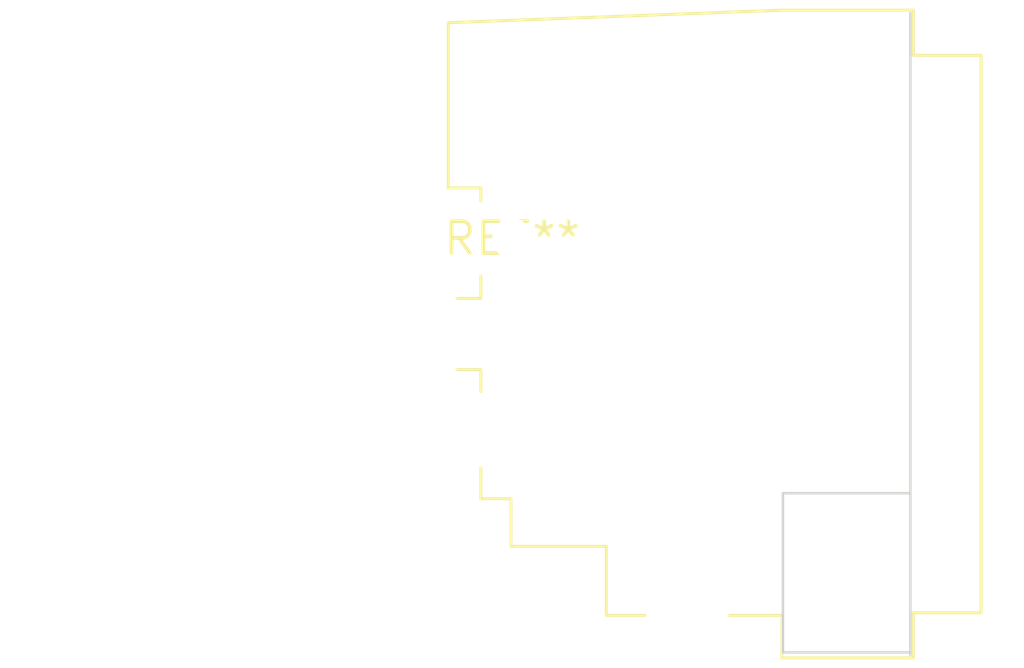
<source format=kicad_pcb>
(kicad_pcb (version 20240108) (generator pcbnew)
  (layers (0 "F.Cu" signal) (31 "B.Cu" signal) (34 "B.Paste" user) (35 "F.Paste" user) (36 "B.SilkS" user "B.Silkscreen") (37 "F.SilkS" user "F.Silkscreen") (38 "B.Mask" user) (39 "F.Mask" user) (44 "Edge.Cuts" user))
  (net 0 "")
  (footprint "Jack_XLR_Neutrik_NC3FAHR2-0_Horizontal" (layer "F.Cu") (at 0 0)
    (property "Reference" "REF**")
    (property "Value" "Jack_XLR_Neutrik_NC3FAHR2-0_Horizontal")
    (fp_line (start -2.55 -8.61) (end -2.55 -2.02) (layer "F.SilkS") (stroke (width 0.12)))
    (fp_line (start -2.55 -2.02) (end -1.25 -2.02) (layer "F.SilkS") (stroke (width 0.12)))
    (fp_line (start -1.25 -2.02) (end -1.25 -1.5) (layer "F.SilkS") (stroke (width 0.12)))
    (fp_line (start -1.25 1.5) (end -1.25 2.39) (layer "F.SilkS") (stroke (width 0.12)))
    (fp_line (start -1.25 2.39) (end -2.2 2.39) (layer "F.SilkS") (stroke (width 0.12)))
    (fp_line (start -1.25 5.23) (end -2.2 5.23) (layer "F.SilkS") (stroke (width 0.12)))
    (fp_line (start -1.25 5.23) (end -1.25 6.1) (layer "F.SilkS") (stroke (width 0.12)))
    (fp_line (start -1.25 9.15) (end -1.25 10.38) (layer "F.SilkS") (stroke (width 0.12)))
    (fp_line (start -0.05 10.38) (end -1.25 10.38) (layer "F.SilkS") (stroke (width 0.12)))
    (fp_line (start -0.05 10.38) (end -0.05 12.28) (layer "F.SilkS") (stroke (width 0.12)))
    (fp_line (start 3.75 12.28) (end -0.05 12.28) (layer "F.SilkS") (stroke (width 0.12)))
    (fp_line (start 3.75 12.28) (end 3.75 15.03) (layer "F.SilkS") (stroke (width 0.12)))
    (fp_line (start 5.3 15.03) (end 3.75 15.03) (layer "F.SilkS") (stroke (width 0.12)))
    (fp_line (start 10.75 -9.11) (end -2.55 -8.61) (layer "F.SilkS") (stroke (width 0.12)))
    (fp_line (start 10.75 15.03) (end 8.65 15.03) (layer "F.SilkS") (stroke (width 0.12)))
    (fp_line (start 10.75 16.73) (end 10.75 15.03) (layer "F.SilkS") (stroke (width 0.12)))
    (fp_line (start 15.99 -9.11) (end 10.75 -9.11) (layer "F.SilkS") (stroke (width 0.12)))
    (fp_line (start 15.99 -9.11) (end 15.99 -7.31) (layer "F.SilkS") (stroke (width 0.12)))
    (fp_line (start 15.99 -7.31) (end 18.69 -7.31) (layer "F.SilkS") (stroke (width 0.12)))
    (fp_line (start 15.99 14.93) (end 15.99 16.73) (layer "F.SilkS") (stroke (width 0.12)))
    (fp_line (start 15.99 14.93) (end 18.69 14.93) (layer "F.SilkS") (stroke (width 0.12)))
    (fp_line (start 15.99 16.73) (end 10.75 16.73) (layer "F.SilkS") (stroke (width 0.12)))
    (fp_line (start 18.69 -7.31) (end 18.69 14.93) (layer "F.SilkS") (stroke (width 0.12)))
    (fp_line (start 10.79 10.16) (end 10.79 16.51) (layer "Edge.Cuts") (stroke (width 0.1)))
    (fp_line (start 10.79 16.51) (end 15.87 16.51) (layer "Edge.Cuts") (stroke (width 0.1)))
    (fp_line (start 15.87 -8.99) (end 15.87 16.61) (layer "Edge.Cuts") (stroke (width 0.1)))
    (fp_line (start 15.87 10.16) (end 10.79 10.16) (layer "Edge.Cuts") (stroke (width 0.1)))
    (pad "" np_thru_hole circle (at 11.42 5.08) (size 1.6 1.6) (drill 1.6) (layers *.Cu *.Mask))
    (pad "1" thru_hole circle (at 0 0) (size 3.4 3.4) (drill 1.6) (layers *.Cu *.Mask) (remove_unused_layers))
    (pad "2" thru_hole circle (at -3.18 3.81) (size 2.9 2.9) (drill 1.2) (layers *.Cu *.Mask) (remove_unused_layers))
    (pad "3" thru_hole circle (at 0 7.62) (size 3.4 3.4) (drill 1.6) (layers *.Cu *.Mask) (remove_unused_layers))
    (pad "G" thru_hole circle (at 6.98 14.61) (size 2.9 2.9) (drill 1.2) (layers *.Cu *.Mask) (remove_unused_layers))
  )
)
</source>
